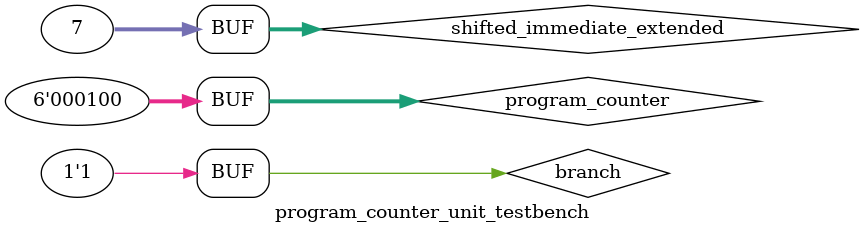
<source format=v>
module program_counter_unit_testbench();
		
	//module program_counter_unit(new_program_counter, program_counter, shifted_immediate_extended, branch );
	wire[5:0] new_program_counter;
	
	reg[5:0] program_counter;
	reg[31:0] shifted_immediate_extended;
	reg branch;
	
	program_counter_unit pc_unit(new_program_counter,program_counter,shifted_immediate_extended,branch);
			
	initial begin
	shifted_immediate_extended = 32'b11111_11111_11111_11111_11111_11111_11; 
	program_counter = 5'b00111; //last adress in here
	branch = 1'b0;
	#20;
	
	shifted_immediate_extended = 32'b00000_00000_00000_00000_00000_00001_11; 
	program_counter = 5'b00100; //last adress in here
	branch = 1'b1;
	
	#20;
	end
	initial begin

	end
endmodule
</source>
